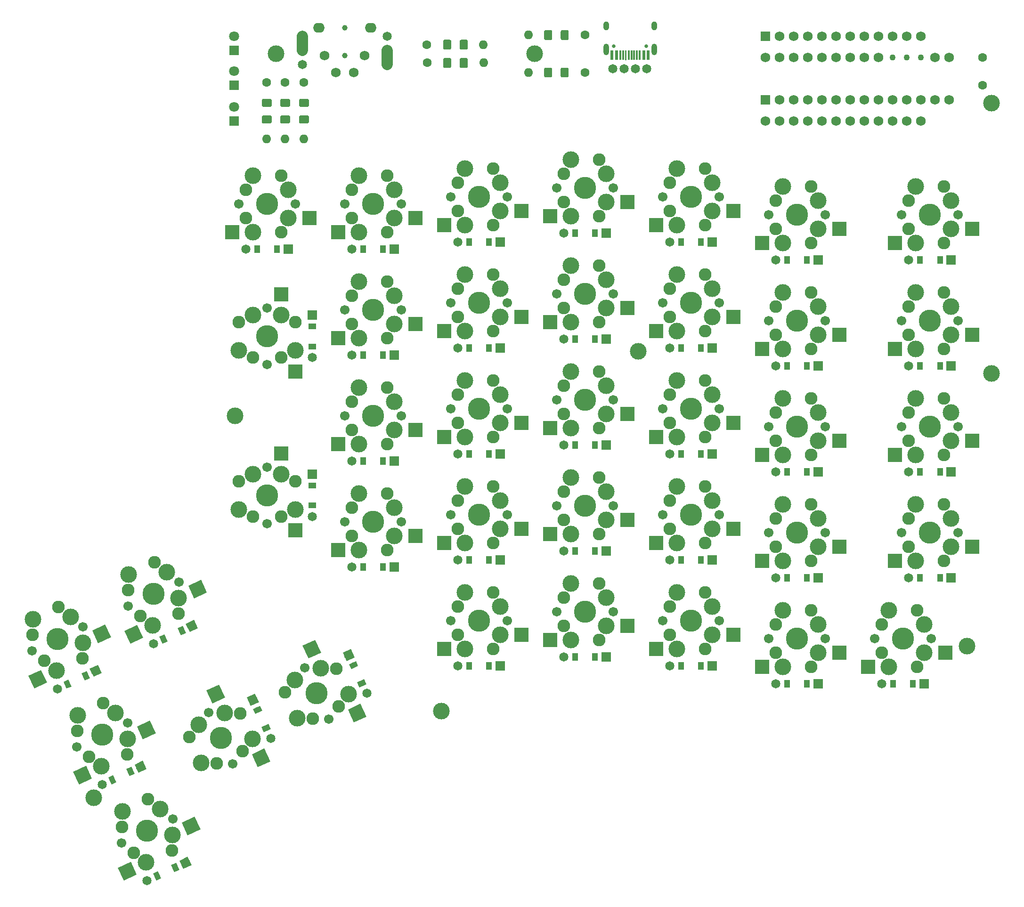
<source format=gbr>
G04 #@! TF.GenerationSoftware,KiCad,Pcbnew,(5.1.4)-1*
G04 #@! TF.CreationDate,2019-09-13T04:19:27+08:00*
G04 #@! TF.ProjectId,ErgoDoxTW,4572676f-446f-4785-9457-2e6b69636164,rev?*
G04 #@! TF.SameCoordinates,Original*
G04 #@! TF.FileFunction,Soldermask,Bot*
G04 #@! TF.FilePolarity,Negative*
%FSLAX46Y46*%
G04 Gerber Fmt 4.6, Leading zero omitted, Abs format (unit mm)*
G04 Created by KiCad (PCBNEW (5.1.4)-1) date 2019-09-13 04:19:27*
%MOMM*%
%LPD*%
G04 APERTURE LIST*
%ADD10C,2.000000*%
%ADD11C,1.000000*%
%ADD12C,0.150000*%
%ADD13C,1.651000*%
%ADD14C,1.701800*%
%ADD15C,2.286000*%
%ADD16C,3.987800*%
%ADD17C,3.000000*%
%ADD18C,2.500000*%
%ADD19R,0.600000X1.800000*%
%ADD20R,0.300000X1.800000*%
%ADD21C,0.300000*%
%ADD22C,0.650000*%
%ADD23O,1.000000X2.100000*%
%ADD24O,1.000000X1.600000*%
%ADD25O,1.600000X1.600000*%
%ADD26C,1.600000*%
%ADD27C,1.800000*%
%ADD28R,1.800000X1.800000*%
%ADD29C,1.425000*%
%ADD30R,1.000000X1.400000*%
%ADD31R,2.550000X2.500000*%
%ADD32R,1.651000X1.651000*%
%ADD33R,1.400000X1.000000*%
%ADD34R,2.500000X2.550000*%
%ADD35C,1.752600*%
%ADD36C,1.092200*%
%ADD37R,1.752600X1.752600*%
%ADD38C,0.990600*%
%ADD39O,2.057400X1.752600*%
G04 APERTURE END LIST*
D10*
X103841862Y-31358859D02*
X103841862Y-28818859D01*
X88601982Y-28818806D02*
X88601982Y-26278806D01*
D11*
X49627615Y-141228829D03*
D12*
G36*
X49470294Y-142074554D02*
G01*
X48878628Y-140805723D01*
X49784936Y-140383104D01*
X50376602Y-141651935D01*
X49470294Y-142074554D01*
X49470294Y-142074554D01*
G37*
D11*
X46364907Y-142750255D03*
D12*
G36*
X46207586Y-143595980D02*
G01*
X45615920Y-142327149D01*
X46522228Y-141904530D01*
X47113894Y-143173361D01*
X46207586Y-143595980D01*
X46207586Y-143595980D01*
G37*
D13*
X44543229Y-143599717D03*
D14*
X39957176Y-136769973D03*
X49165264Y-132476171D03*
D15*
X40034737Y-133931226D03*
D16*
X44561220Y-134623072D03*
D15*
X44716341Y-128945578D03*
D17*
X49087703Y-135314918D03*
X44406099Y-140300566D03*
D15*
X42181638Y-138535269D03*
X49010143Y-138153665D03*
D17*
X46940802Y-130710875D03*
X40112297Y-131092479D03*
D18*
X52486357Y-133730100D03*
D12*
G36*
X51859087Y-135401823D02*
G01*
X50802542Y-133136054D01*
X53113627Y-132058377D01*
X54170172Y-134324146D01*
X51859087Y-135401823D01*
X51859087Y-135401823D01*
G37*
D18*
X41007445Y-141885384D03*
D12*
G36*
X40380175Y-143557107D02*
G01*
X39323630Y-141291338D01*
X41634715Y-140213661D01*
X42691260Y-142479430D01*
X40380175Y-143557107D01*
X40380175Y-143557107D01*
G37*
D13*
X51449294Y-140379366D03*
D12*
G36*
X51050008Y-141476394D02*
G01*
X50352266Y-139980080D01*
X51848580Y-139282338D01*
X52546322Y-140778652D01*
X51050008Y-141476394D01*
X51050008Y-141476394D01*
G37*
D11*
X80506554Y-147404432D03*
D12*
G36*
X81352279Y-147561753D02*
G01*
X80083448Y-148153419D01*
X79660829Y-147247111D01*
X80929660Y-146655445D01*
X81352279Y-147561753D01*
X81352279Y-147561753D01*
G37*
D11*
X82027980Y-150667140D03*
D12*
G36*
X82873705Y-150824461D02*
G01*
X81604874Y-151416127D01*
X81182255Y-150509819D01*
X82451086Y-149918153D01*
X82873705Y-150824461D01*
X82873705Y-150824461D01*
G37*
D13*
X82877442Y-152488818D03*
D14*
X76047698Y-157074871D03*
X71753896Y-147866783D03*
D15*
X73208951Y-156997310D03*
D16*
X73900797Y-152470827D03*
D15*
X68223303Y-152315706D03*
D17*
X74592643Y-147944344D03*
X79578291Y-152625948D03*
D15*
X77812994Y-154850409D03*
X77431390Y-148021904D03*
D17*
X69988600Y-150091245D03*
X70370204Y-156919750D03*
D18*
X73007825Y-144545690D03*
D12*
G36*
X74679548Y-145172960D02*
G01*
X72413779Y-146229505D01*
X71336102Y-143918420D01*
X73601871Y-142861875D01*
X74679548Y-145172960D01*
X74679548Y-145172960D01*
G37*
D18*
X81163109Y-156024602D03*
D12*
G36*
X82834832Y-156651872D02*
G01*
X80569063Y-157708417D01*
X79491386Y-155397332D01*
X81757155Y-154340787D01*
X82834832Y-156651872D01*
X82834832Y-156651872D01*
G37*
D13*
X79657091Y-145582753D03*
D12*
G36*
X80754119Y-145982039D02*
G01*
X79257805Y-146679781D01*
X78560063Y-145183467D01*
X80056377Y-144485725D01*
X80754119Y-145982039D01*
X80754119Y-145982039D01*
G37*
D13*
X150498716Y-32123340D03*
X148473316Y-32123340D03*
X146447916Y-32123340D03*
X144397116Y-32123340D03*
D19*
X150701516Y-29719040D03*
X144251516Y-29719040D03*
X149926516Y-29719040D03*
X145026516Y-29719040D03*
D20*
X145726516Y-29719040D03*
X149226516Y-29719040D03*
X146226516Y-29719040D03*
X148726516Y-29719040D03*
D21*
X146726516Y-29719040D03*
D12*
G36*
X146876516Y-30619040D02*
G01*
X146576516Y-30619040D01*
X146576516Y-28819040D01*
X146876516Y-28819040D01*
X146876516Y-30619040D01*
X146876516Y-30619040D01*
G37*
D20*
X148226516Y-29719040D03*
X147726516Y-29719040D03*
X147226516Y-29719040D03*
D22*
X150366516Y-28099040D03*
X144586516Y-28099040D03*
D23*
X143156516Y-28629040D03*
X151796516Y-28629040D03*
D24*
X143156516Y-24449040D03*
X151796516Y-24449040D03*
D25*
X121135526Y-27785528D03*
D26*
X110975526Y-27785528D03*
D25*
X129187025Y-26075498D03*
D26*
X139347025Y-26075498D03*
D25*
X121141970Y-31071803D03*
D26*
X110981970Y-31071803D03*
D25*
X129186837Y-32797474D03*
D26*
X139346837Y-32797474D03*
D27*
X76326891Y-26278782D03*
D28*
X76326891Y-28818782D03*
D12*
G36*
X133245587Y-25201648D02*
G01*
X133269856Y-25205248D01*
X133293654Y-25211209D01*
X133316754Y-25219474D01*
X133338932Y-25229964D01*
X133359976Y-25242577D01*
X133379681Y-25257191D01*
X133397860Y-25273667D01*
X133414336Y-25291846D01*
X133428950Y-25311551D01*
X133441563Y-25332595D01*
X133452053Y-25354773D01*
X133460318Y-25377873D01*
X133466279Y-25401671D01*
X133469879Y-25425940D01*
X133471083Y-25450444D01*
X133471083Y-26700444D01*
X133469879Y-26724948D01*
X133466279Y-26749217D01*
X133460318Y-26773015D01*
X133452053Y-26796115D01*
X133441563Y-26818293D01*
X133428950Y-26839337D01*
X133414336Y-26859042D01*
X133397860Y-26877221D01*
X133379681Y-26893697D01*
X133359976Y-26908311D01*
X133338932Y-26920924D01*
X133316754Y-26931414D01*
X133293654Y-26939679D01*
X133269856Y-26945640D01*
X133245587Y-26949240D01*
X133221083Y-26950444D01*
X132296083Y-26950444D01*
X132271579Y-26949240D01*
X132247310Y-26945640D01*
X132223512Y-26939679D01*
X132200412Y-26931414D01*
X132178234Y-26920924D01*
X132157190Y-26908311D01*
X132137485Y-26893697D01*
X132119306Y-26877221D01*
X132102830Y-26859042D01*
X132088216Y-26839337D01*
X132075603Y-26818293D01*
X132065113Y-26796115D01*
X132056848Y-26773015D01*
X132050887Y-26749217D01*
X132047287Y-26724948D01*
X132046083Y-26700444D01*
X132046083Y-25450444D01*
X132047287Y-25425940D01*
X132050887Y-25401671D01*
X132056848Y-25377873D01*
X132065113Y-25354773D01*
X132075603Y-25332595D01*
X132088216Y-25311551D01*
X132102830Y-25291846D01*
X132119306Y-25273667D01*
X132137485Y-25257191D01*
X132157190Y-25242577D01*
X132178234Y-25229964D01*
X132200412Y-25219474D01*
X132223512Y-25211209D01*
X132247310Y-25205248D01*
X132271579Y-25201648D01*
X132296083Y-25200444D01*
X133221083Y-25200444D01*
X133245587Y-25201648D01*
X133245587Y-25201648D01*
G37*
D29*
X132758583Y-26075444D03*
D12*
G36*
X136220587Y-25201648D02*
G01*
X136244856Y-25205248D01*
X136268654Y-25211209D01*
X136291754Y-25219474D01*
X136313932Y-25229964D01*
X136334976Y-25242577D01*
X136354681Y-25257191D01*
X136372860Y-25273667D01*
X136389336Y-25291846D01*
X136403950Y-25311551D01*
X136416563Y-25332595D01*
X136427053Y-25354773D01*
X136435318Y-25377873D01*
X136441279Y-25401671D01*
X136444879Y-25425940D01*
X136446083Y-25450444D01*
X136446083Y-26700444D01*
X136444879Y-26724948D01*
X136441279Y-26749217D01*
X136435318Y-26773015D01*
X136427053Y-26796115D01*
X136416563Y-26818293D01*
X136403950Y-26839337D01*
X136389336Y-26859042D01*
X136372860Y-26877221D01*
X136354681Y-26893697D01*
X136334976Y-26908311D01*
X136313932Y-26920924D01*
X136291754Y-26931414D01*
X136268654Y-26939679D01*
X136244856Y-26945640D01*
X136220587Y-26949240D01*
X136196083Y-26950444D01*
X135271083Y-26950444D01*
X135246579Y-26949240D01*
X135222310Y-26945640D01*
X135198512Y-26939679D01*
X135175412Y-26931414D01*
X135153234Y-26920924D01*
X135132190Y-26908311D01*
X135112485Y-26893697D01*
X135094306Y-26877221D01*
X135077830Y-26859042D01*
X135063216Y-26839337D01*
X135050603Y-26818293D01*
X135040113Y-26796115D01*
X135031848Y-26773015D01*
X135025887Y-26749217D01*
X135022287Y-26724948D01*
X135021083Y-26700444D01*
X135021083Y-25450444D01*
X135022287Y-25425940D01*
X135025887Y-25401671D01*
X135031848Y-25377873D01*
X135040113Y-25354773D01*
X135050603Y-25332595D01*
X135063216Y-25311551D01*
X135077830Y-25291846D01*
X135094306Y-25273667D01*
X135112485Y-25257191D01*
X135132190Y-25242577D01*
X135153234Y-25229964D01*
X135175412Y-25219474D01*
X135198512Y-25211209D01*
X135222310Y-25205248D01*
X135246579Y-25201648D01*
X135271083Y-25200444D01*
X136196083Y-25200444D01*
X136220587Y-25201648D01*
X136220587Y-25201648D01*
G37*
D29*
X135733583Y-26075444D03*
D12*
G36*
X133244080Y-31932625D02*
G01*
X133268349Y-31936225D01*
X133292147Y-31942186D01*
X133315247Y-31950451D01*
X133337425Y-31960941D01*
X133358469Y-31973554D01*
X133378174Y-31988168D01*
X133396353Y-32004644D01*
X133412829Y-32022823D01*
X133427443Y-32042528D01*
X133440056Y-32063572D01*
X133450546Y-32085750D01*
X133458811Y-32108850D01*
X133464772Y-32132648D01*
X133468372Y-32156917D01*
X133469576Y-32181421D01*
X133469576Y-33431421D01*
X133468372Y-33455925D01*
X133464772Y-33480194D01*
X133458811Y-33503992D01*
X133450546Y-33527092D01*
X133440056Y-33549270D01*
X133427443Y-33570314D01*
X133412829Y-33590019D01*
X133396353Y-33608198D01*
X133378174Y-33624674D01*
X133358469Y-33639288D01*
X133337425Y-33651901D01*
X133315247Y-33662391D01*
X133292147Y-33670656D01*
X133268349Y-33676617D01*
X133244080Y-33680217D01*
X133219576Y-33681421D01*
X132294576Y-33681421D01*
X132270072Y-33680217D01*
X132245803Y-33676617D01*
X132222005Y-33670656D01*
X132198905Y-33662391D01*
X132176727Y-33651901D01*
X132155683Y-33639288D01*
X132135978Y-33624674D01*
X132117799Y-33608198D01*
X132101323Y-33590019D01*
X132086709Y-33570314D01*
X132074096Y-33549270D01*
X132063606Y-33527092D01*
X132055341Y-33503992D01*
X132049380Y-33480194D01*
X132045780Y-33455925D01*
X132044576Y-33431421D01*
X132044576Y-32181421D01*
X132045780Y-32156917D01*
X132049380Y-32132648D01*
X132055341Y-32108850D01*
X132063606Y-32085750D01*
X132074096Y-32063572D01*
X132086709Y-32042528D01*
X132101323Y-32022823D01*
X132117799Y-32004644D01*
X132135978Y-31988168D01*
X132155683Y-31973554D01*
X132176727Y-31960941D01*
X132198905Y-31950451D01*
X132222005Y-31942186D01*
X132245803Y-31936225D01*
X132270072Y-31932625D01*
X132294576Y-31931421D01*
X133219576Y-31931421D01*
X133244080Y-31932625D01*
X133244080Y-31932625D01*
G37*
D29*
X132757076Y-32806421D03*
D12*
G36*
X136219080Y-31932625D02*
G01*
X136243349Y-31936225D01*
X136267147Y-31942186D01*
X136290247Y-31950451D01*
X136312425Y-31960941D01*
X136333469Y-31973554D01*
X136353174Y-31988168D01*
X136371353Y-32004644D01*
X136387829Y-32022823D01*
X136402443Y-32042528D01*
X136415056Y-32063572D01*
X136425546Y-32085750D01*
X136433811Y-32108850D01*
X136439772Y-32132648D01*
X136443372Y-32156917D01*
X136444576Y-32181421D01*
X136444576Y-33431421D01*
X136443372Y-33455925D01*
X136439772Y-33480194D01*
X136433811Y-33503992D01*
X136425546Y-33527092D01*
X136415056Y-33549270D01*
X136402443Y-33570314D01*
X136387829Y-33590019D01*
X136371353Y-33608198D01*
X136353174Y-33624674D01*
X136333469Y-33639288D01*
X136312425Y-33651901D01*
X136290247Y-33662391D01*
X136267147Y-33670656D01*
X136243349Y-33676617D01*
X136219080Y-33680217D01*
X136194576Y-33681421D01*
X135269576Y-33681421D01*
X135245072Y-33680217D01*
X135220803Y-33676617D01*
X135197005Y-33670656D01*
X135173905Y-33662391D01*
X135151727Y-33651901D01*
X135130683Y-33639288D01*
X135110978Y-33624674D01*
X135092799Y-33608198D01*
X135076323Y-33590019D01*
X135061709Y-33570314D01*
X135049096Y-33549270D01*
X135038606Y-33527092D01*
X135030341Y-33503992D01*
X135024380Y-33480194D01*
X135020780Y-33455925D01*
X135019576Y-33431421D01*
X135019576Y-32181421D01*
X135020780Y-32156917D01*
X135024380Y-32132648D01*
X135030341Y-32108850D01*
X135038606Y-32085750D01*
X135049096Y-32063572D01*
X135061709Y-32042528D01*
X135076323Y-32022823D01*
X135092799Y-32004644D01*
X135110978Y-31988168D01*
X135130683Y-31973554D01*
X135151727Y-31960941D01*
X135173905Y-31950451D01*
X135197005Y-31942186D01*
X135220803Y-31936225D01*
X135245072Y-31932625D01*
X135269576Y-31931421D01*
X136194576Y-31931421D01*
X136219080Y-31932625D01*
X136219080Y-31932625D01*
G37*
D29*
X135732076Y-32806421D03*
D27*
X76327115Y-38978667D03*
D28*
X76327115Y-41518667D03*
D27*
X76327365Y-32578628D03*
D28*
X76327365Y-35118628D03*
D30*
X203182609Y-104584587D03*
X199582609Y-104584587D03*
D13*
X197572609Y-104584587D03*
D14*
X196302609Y-96456587D03*
X206462609Y-96456587D03*
D15*
X197572609Y-93916587D03*
D16*
X201382609Y-96456587D03*
D15*
X203922609Y-91376587D03*
D17*
X205192609Y-98996587D03*
X198842609Y-101536587D03*
D15*
X197572609Y-98996587D03*
X203922609Y-101536587D03*
D17*
X205192609Y-93916587D03*
X198842609Y-91376587D03*
D31*
X208942609Y-98996587D03*
X195092609Y-101536587D03*
D32*
X205192609Y-104584587D03*
D30*
X203182366Y-85533777D03*
X199582366Y-85533777D03*
D13*
X197572366Y-85533777D03*
D14*
X196302366Y-77405777D03*
X206462366Y-77405777D03*
D15*
X197572366Y-74865777D03*
D16*
X201382366Y-77405777D03*
D15*
X203922366Y-72325777D03*
D17*
X205192366Y-79945777D03*
X198842366Y-82485777D03*
D15*
X197572366Y-79945777D03*
X203922366Y-82485777D03*
D17*
X205192366Y-74865777D03*
X198842366Y-72325777D03*
D31*
X208942366Y-79945777D03*
X195092366Y-82485777D03*
D32*
X205192366Y-85533777D03*
D30*
X203182430Y-123634490D03*
X199582430Y-123634490D03*
D13*
X197572430Y-123634490D03*
D14*
X196302430Y-115506490D03*
X206462430Y-115506490D03*
D15*
X197572430Y-112966490D03*
D16*
X201382430Y-115506490D03*
D15*
X203922430Y-110426490D03*
D17*
X205192430Y-118046490D03*
X198842430Y-120586490D03*
D15*
X197572430Y-118046490D03*
X203922430Y-120586490D03*
D17*
X205192430Y-112966490D03*
X198842430Y-110426490D03*
D31*
X208942430Y-118046490D03*
X195092430Y-120586490D03*
D32*
X205192430Y-123634490D03*
D30*
X203182001Y-66487437D03*
X199582001Y-66487437D03*
D13*
X197572001Y-66487437D03*
D14*
X196302001Y-58359437D03*
X206462001Y-58359437D03*
D15*
X197572001Y-55819437D03*
D16*
X201382001Y-58359437D03*
D15*
X203922001Y-53279437D03*
D17*
X205192001Y-60899437D03*
X198842001Y-63439437D03*
D15*
X197572001Y-60899437D03*
X203922001Y-63439437D03*
D17*
X205192001Y-55819437D03*
X198842001Y-53279437D03*
D31*
X208942001Y-60899437D03*
X195092001Y-63439437D03*
D32*
X205192001Y-66487437D03*
D11*
X66891872Y-133178374D03*
D12*
G36*
X66734551Y-134024099D02*
G01*
X66142885Y-132755268D01*
X67049193Y-132332649D01*
X67640859Y-133601480D01*
X66734551Y-134024099D01*
X66734551Y-134024099D01*
G37*
D11*
X63629164Y-134699800D03*
D12*
G36*
X63471843Y-135545525D02*
G01*
X62880177Y-134276694D01*
X63786485Y-133854075D01*
X64378151Y-135122906D01*
X63471843Y-135545525D01*
X63471843Y-135545525D01*
G37*
D13*
X61807486Y-135549262D03*
D14*
X57221433Y-128719518D03*
X66429521Y-124425716D03*
D15*
X57298994Y-125880771D03*
D16*
X61825477Y-126572617D03*
D15*
X61980598Y-120895123D03*
D17*
X66351960Y-127264463D03*
X61670356Y-132250111D03*
D15*
X59445895Y-130484814D03*
X66274400Y-130103210D03*
D17*
X64205059Y-122660420D03*
X57376554Y-123042024D03*
D18*
X69750614Y-125679645D03*
D12*
G36*
X69123344Y-127351368D02*
G01*
X68066799Y-125085599D01*
X70377884Y-124007922D01*
X71434429Y-126273691D01*
X69123344Y-127351368D01*
X69123344Y-127351368D01*
G37*
D18*
X58271702Y-133834929D03*
D12*
G36*
X57644432Y-135506652D02*
G01*
X56587887Y-133240883D01*
X58898972Y-132163206D01*
X59955517Y-134428975D01*
X57644432Y-135506652D01*
X57644432Y-135506652D01*
G37*
D13*
X68713551Y-132328911D03*
D12*
G36*
X68314265Y-133425939D02*
G01*
X67616523Y-131929625D01*
X69112837Y-131231883D01*
X69810579Y-132728197D01*
X68314265Y-133425939D01*
X68314265Y-133425939D01*
G37*
D30*
X103101765Y-121729968D03*
X99501765Y-121729968D03*
D13*
X97491765Y-121729968D03*
D14*
X96221765Y-113601968D03*
X106381765Y-113601968D03*
D15*
X97491765Y-111061968D03*
D16*
X101301765Y-113601968D03*
D15*
X103841765Y-108521968D03*
D17*
X105111765Y-116141968D03*
X98761765Y-118681968D03*
D15*
X97491765Y-116141968D03*
X103841765Y-118681968D03*
D17*
X105111765Y-111061968D03*
X98761765Y-108521968D03*
D31*
X108861765Y-116141968D03*
X95011765Y-118681968D03*
D32*
X105111765Y-121729968D03*
D30*
X141202655Y-61711581D03*
X137602655Y-61711581D03*
D13*
X135592655Y-61711581D03*
D14*
X134322655Y-53583581D03*
X144482655Y-53583581D03*
D15*
X135592655Y-51043581D03*
D16*
X139402655Y-53583581D03*
D15*
X141942655Y-48503581D03*
D17*
X143212655Y-56123581D03*
X136862655Y-58663581D03*
D15*
X135592655Y-56123581D03*
X141942655Y-58663581D03*
D17*
X143212655Y-51043581D03*
X136862655Y-48503581D03*
D31*
X146962655Y-56123581D03*
X133112655Y-58663581D03*
D32*
X143212655Y-61711581D03*
D30*
X103101989Y-64581949D03*
X99501989Y-64581949D03*
D13*
X97491989Y-64581949D03*
D14*
X96221989Y-56453949D03*
X106381989Y-56453949D03*
D15*
X97491989Y-53913949D03*
D16*
X101301989Y-56453949D03*
D15*
X103841989Y-51373949D03*
D17*
X105111989Y-58993949D03*
X98761989Y-61533949D03*
D15*
X97491989Y-58993949D03*
X103841989Y-61533949D03*
D17*
X105111989Y-53913949D03*
X98761989Y-51373949D03*
D31*
X108861989Y-58993949D03*
X95011989Y-61533949D03*
D32*
X105111989Y-64581949D03*
D30*
X122151859Y-82359328D03*
X118551859Y-82359328D03*
D13*
X116541859Y-82359328D03*
D14*
X115271859Y-74231328D03*
X125431859Y-74231328D03*
D15*
X116541859Y-71691328D03*
D16*
X120351859Y-74231328D03*
D15*
X122891859Y-69151328D03*
D17*
X124161859Y-76771328D03*
X117811859Y-79311328D03*
D15*
X116541859Y-76771328D03*
X122891859Y-79311328D03*
D17*
X124161859Y-71691328D03*
X117811859Y-69151328D03*
D31*
X127911859Y-76771328D03*
X114061859Y-79311328D03*
D32*
X124161859Y-82359328D03*
D30*
X141202475Y-80761484D03*
X137602475Y-80761484D03*
D13*
X135592475Y-80761484D03*
D14*
X134322475Y-72633484D03*
X144482475Y-72633484D03*
D15*
X135592475Y-70093484D03*
D16*
X139402475Y-72633484D03*
D15*
X141942475Y-67553484D03*
D17*
X143212475Y-75173484D03*
X136862475Y-77713484D03*
D15*
X135592475Y-75173484D03*
X141942475Y-77713484D03*
D17*
X143212475Y-70093484D03*
X136862475Y-67553484D03*
D31*
X146962475Y-75173484D03*
X133112475Y-77713484D03*
D32*
X143212475Y-80761484D03*
D30*
X103101702Y-83629255D03*
X99501702Y-83629255D03*
D13*
X97491702Y-83629255D03*
D14*
X96221702Y-75501255D03*
X106381702Y-75501255D03*
D15*
X97491702Y-72961255D03*
D16*
X101301702Y-75501255D03*
D15*
X103841702Y-70421255D03*
D17*
X105111702Y-78041255D03*
X98761702Y-80581255D03*
D15*
X97491702Y-78041255D03*
X103841702Y-80581255D03*
D17*
X105111702Y-72961255D03*
X98761702Y-70421255D03*
D31*
X108861702Y-78041255D03*
X95011702Y-80581255D03*
D32*
X105111702Y-83629255D03*
D33*
X90379844Y-78464336D03*
X90379844Y-82064336D03*
D13*
X90379844Y-84074336D03*
D14*
X82251844Y-85344336D03*
X82251844Y-75184336D03*
D15*
X79711844Y-84074336D03*
D16*
X82251844Y-80264336D03*
D15*
X77171844Y-77724336D03*
D17*
X84791844Y-76454336D03*
X87331844Y-82804336D03*
D15*
X84791844Y-84074336D03*
X87331844Y-77724336D03*
D17*
X79711844Y-76454336D03*
X77171844Y-82804336D03*
D34*
X84791844Y-72704336D03*
X87331844Y-86554336D03*
D32*
X90379844Y-76454336D03*
D30*
X122152039Y-63309424D03*
X118552039Y-63309424D03*
D13*
X116542039Y-63309424D03*
D14*
X115272039Y-55181424D03*
X125432039Y-55181424D03*
D15*
X116542039Y-52641424D03*
D16*
X120352039Y-55181424D03*
D15*
X122892039Y-50101424D03*
D17*
X124162039Y-57721424D03*
X117812039Y-60261424D03*
D15*
X116542039Y-57721424D03*
X122892039Y-60261424D03*
D17*
X124162039Y-52641424D03*
X117812039Y-50101424D03*
D31*
X127912039Y-57721424D03*
X114062039Y-60261424D03*
D32*
X124162039Y-63309424D03*
D30*
X179302202Y-66486377D03*
X175702202Y-66486377D03*
D13*
X173692202Y-66486377D03*
D14*
X172422202Y-58358377D03*
X182582202Y-58358377D03*
D15*
X173692202Y-55818377D03*
D16*
X177502202Y-58358377D03*
D15*
X180042202Y-53278377D03*
D17*
X181312202Y-60898377D03*
X174962202Y-63438377D03*
D15*
X173692202Y-60898377D03*
X180042202Y-63438377D03*
D17*
X181312202Y-55818377D03*
X174962202Y-53278377D03*
D31*
X185062202Y-60898377D03*
X171212202Y-63438377D03*
D32*
X181312202Y-66486377D03*
D30*
X160251846Y-63309784D03*
X156651846Y-63309784D03*
D13*
X154641846Y-63309784D03*
D14*
X153371846Y-55181784D03*
X163531846Y-55181784D03*
D15*
X154641846Y-52641784D03*
D16*
X158451846Y-55181784D03*
D15*
X160991846Y-50101784D03*
D17*
X162261846Y-57721784D03*
X155911846Y-60261784D03*
D15*
X154641846Y-57721784D03*
X160991846Y-60261784D03*
D17*
X162261846Y-52641784D03*
X155911846Y-50101784D03*
D31*
X166011846Y-57721784D03*
X152161846Y-60261784D03*
D32*
X162261846Y-63309784D03*
D30*
X179302084Y-85534046D03*
X175702084Y-85534046D03*
D13*
X173692084Y-85534046D03*
D14*
X172422084Y-77406046D03*
X182582084Y-77406046D03*
D15*
X173692084Y-74866046D03*
D16*
X177502084Y-77406046D03*
D15*
X180042084Y-72326046D03*
D17*
X181312084Y-79946046D03*
X174962084Y-82486046D03*
D15*
X173692084Y-79946046D03*
X180042084Y-82486046D03*
D17*
X181312084Y-74866046D03*
X174962084Y-72326046D03*
D31*
X185062084Y-79946046D03*
X171212084Y-82486046D03*
D32*
X181312084Y-85534046D03*
D30*
X160252572Y-82359265D03*
X156652572Y-82359265D03*
D13*
X154642572Y-82359265D03*
D14*
X153372572Y-74231265D03*
X163532572Y-74231265D03*
D15*
X154642572Y-71691265D03*
D16*
X158452572Y-74231265D03*
D15*
X160992572Y-69151265D03*
D17*
X162262572Y-76771265D03*
X155912572Y-79311265D03*
D15*
X154642572Y-76771265D03*
X160992572Y-79311265D03*
D17*
X162262572Y-71691265D03*
X155912572Y-69151265D03*
D31*
X166012572Y-76771265D03*
X152162572Y-79311265D03*
D32*
X162262572Y-82359265D03*
D30*
X179302326Y-104584856D03*
X175702326Y-104584856D03*
D13*
X173692326Y-104584856D03*
D14*
X172422326Y-96456856D03*
X182582326Y-96456856D03*
D15*
X173692326Y-93916856D03*
D16*
X177502326Y-96456856D03*
D15*
X180042326Y-91376856D03*
D17*
X181312326Y-98996856D03*
X174962326Y-101536856D03*
D15*
X173692326Y-98996856D03*
X180042326Y-101536856D03*
D17*
X181312326Y-93916856D03*
X174962326Y-91376856D03*
D31*
X185062326Y-98996856D03*
X171212326Y-101536856D03*
D32*
X181312326Y-104584856D03*
D30*
X160252393Y-101409168D03*
X156652393Y-101409168D03*
D13*
X154642393Y-101409168D03*
D14*
X153372393Y-93281168D03*
X163532393Y-93281168D03*
D15*
X154642393Y-90741168D03*
D16*
X158452393Y-93281168D03*
D15*
X160992393Y-88201168D03*
D17*
X162262393Y-95821168D03*
X155912393Y-98361168D03*
D15*
X154642393Y-95821168D03*
X160992393Y-98361168D03*
D17*
X162262393Y-90741168D03*
X155912393Y-88201168D03*
D31*
X166012393Y-95821168D03*
X152162393Y-98361168D03*
D32*
X162262393Y-101409168D03*
D30*
X141202296Y-99811388D03*
X137602296Y-99811388D03*
D13*
X135592296Y-99811388D03*
D14*
X134322296Y-91683388D03*
X144482296Y-91683388D03*
D15*
X135592296Y-89143388D03*
D16*
X139402296Y-91683388D03*
D15*
X141942296Y-86603388D03*
D17*
X143212296Y-94223388D03*
X136862296Y-96763388D03*
D15*
X135592296Y-94223388D03*
X141942296Y-96763388D03*
D17*
X143212296Y-89143388D03*
X136862296Y-86603388D03*
D31*
X146962296Y-94223388D03*
X133112296Y-96763388D03*
D32*
X143212296Y-99811388D03*
D30*
X122152102Y-101410138D03*
X118552102Y-101410138D03*
D13*
X116542102Y-101410138D03*
D14*
X115272102Y-93282138D03*
X125432102Y-93282138D03*
D15*
X116542102Y-90742138D03*
D16*
X120352102Y-93282138D03*
D15*
X122892102Y-88202138D03*
D17*
X124162102Y-95822138D03*
X117812102Y-98362138D03*
D15*
X116542102Y-95822138D03*
X122892102Y-98362138D03*
D17*
X124162102Y-90742138D03*
X117812102Y-88202138D03*
D31*
X127912102Y-95822138D03*
X114062102Y-98362138D03*
D32*
X124162102Y-101410138D03*
D30*
X103101945Y-102680064D03*
X99501945Y-102680064D03*
D13*
X97491945Y-102680064D03*
D14*
X96221945Y-94552064D03*
X106381945Y-94552064D03*
D15*
X97491945Y-92012064D03*
D16*
X101301945Y-94552064D03*
D15*
X103841945Y-89472064D03*
D17*
X105111945Y-97092064D03*
X98761945Y-99632064D03*
D15*
X97491945Y-97092064D03*
X103841945Y-99632064D03*
D17*
X105111945Y-92012064D03*
X98761945Y-89472064D03*
D31*
X108861945Y-97092064D03*
X95011945Y-99632064D03*
D32*
X105111945Y-102680064D03*
D30*
X179302147Y-123634759D03*
X175702147Y-123634759D03*
D13*
X173692147Y-123634759D03*
D14*
X172422147Y-115506759D03*
X182582147Y-115506759D03*
D15*
X173692147Y-112966759D03*
D16*
X177502147Y-115506759D03*
D15*
X180042147Y-110426759D03*
D17*
X181312147Y-118046759D03*
X174962147Y-120586759D03*
D15*
X173692147Y-118046759D03*
X180042147Y-120586759D03*
D17*
X181312147Y-112966759D03*
X174962147Y-110426759D03*
D31*
X185062147Y-118046759D03*
X171212147Y-120586759D03*
D32*
X181312147Y-123634759D03*
D30*
X160252636Y-120459978D03*
X156652636Y-120459978D03*
D13*
X154642636Y-120459978D03*
D14*
X153372636Y-112331978D03*
X163532636Y-112331978D03*
D15*
X154642636Y-109791978D03*
D16*
X158452636Y-112331978D03*
D15*
X160992636Y-107251978D03*
D17*
X162262636Y-114871978D03*
X155912636Y-117411978D03*
D15*
X154642636Y-114871978D03*
X160992636Y-117411978D03*
D17*
X162262636Y-109791978D03*
X155912636Y-107251978D03*
D31*
X166012636Y-114871978D03*
X152162636Y-117411978D03*
D32*
X162262636Y-120459978D03*
D30*
X141202116Y-118861291D03*
X137602116Y-118861291D03*
D13*
X135592116Y-118861291D03*
D14*
X134322116Y-110733291D03*
X144482116Y-110733291D03*
D15*
X135592116Y-108193291D03*
D16*
X139402116Y-110733291D03*
D15*
X141942116Y-105653291D03*
D17*
X143212116Y-113273291D03*
X136862116Y-115813291D03*
D15*
X135592116Y-113273291D03*
X141942116Y-115813291D03*
D17*
X143212116Y-108193291D03*
X136862116Y-105653291D03*
D31*
X146962116Y-113273291D03*
X133112116Y-115813291D03*
D32*
X143212116Y-118861291D03*
D30*
X122151922Y-120460041D03*
X118551922Y-120460041D03*
D13*
X116541922Y-120460041D03*
D14*
X115271922Y-112332041D03*
X125431922Y-112332041D03*
D15*
X116541922Y-109792041D03*
D16*
X120351922Y-112332041D03*
D15*
X122891922Y-107252041D03*
D17*
X124161922Y-114872041D03*
X117811922Y-117412041D03*
D15*
X116541922Y-114872041D03*
X122891922Y-117412041D03*
D17*
X124161922Y-109792041D03*
X117811922Y-107252041D03*
D31*
X127911922Y-114872041D03*
X114061922Y-117412041D03*
D32*
X124161922Y-120460041D03*
D33*
X90380088Y-107038400D03*
X90380088Y-110638400D03*
D13*
X90380088Y-112648400D03*
D14*
X82252088Y-113918400D03*
X82252088Y-103758400D03*
D15*
X79712088Y-112648400D03*
D16*
X82252088Y-108838400D03*
D15*
X77172088Y-106298400D03*
D17*
X84792088Y-105028400D03*
X87332088Y-111378400D03*
D15*
X84792088Y-112648400D03*
X87332088Y-106298400D03*
D17*
X79712088Y-105028400D03*
X77172088Y-111378400D03*
D34*
X84792088Y-101278400D03*
X87332088Y-115128400D03*
D32*
X90380088Y-105028400D03*
D30*
X198351871Y-142684842D03*
X194751871Y-142684842D03*
D13*
X192741871Y-142684842D03*
D14*
X191471871Y-134556842D03*
X201631871Y-134556842D03*
D15*
X192741871Y-132016842D03*
D16*
X196551871Y-134556842D03*
D15*
X199091871Y-129476842D03*
D17*
X200361871Y-137096842D03*
X194011871Y-139636842D03*
D15*
X192741871Y-137096842D03*
X199091871Y-139636842D03*
D17*
X200361871Y-132016842D03*
X194011871Y-129476842D03*
D31*
X204111871Y-137096842D03*
X190261871Y-139636842D03*
D32*
X200361871Y-142684842D03*
D30*
X179301967Y-142684663D03*
X175701967Y-142684663D03*
D13*
X173691967Y-142684663D03*
D14*
X172421967Y-134556663D03*
X182581967Y-134556663D03*
D15*
X173691967Y-132016663D03*
D16*
X177501967Y-134556663D03*
D15*
X180041967Y-129476663D03*
D17*
X181311967Y-137096663D03*
X174961967Y-139636663D03*
D15*
X173691967Y-137096663D03*
X180041967Y-139636663D03*
D17*
X181311967Y-132016663D03*
X174961967Y-129476663D03*
D31*
X185061967Y-137096663D03*
X171211967Y-139636663D03*
D32*
X181311967Y-142684663D03*
D30*
X160252456Y-139509882D03*
X156652456Y-139509882D03*
D13*
X154642456Y-139509882D03*
D14*
X153372456Y-131381882D03*
X163532456Y-131381882D03*
D15*
X154642456Y-128841882D03*
D16*
X158452456Y-131381882D03*
D15*
X160992456Y-126301882D03*
D17*
X162262456Y-133921882D03*
X155912456Y-136461882D03*
D15*
X154642456Y-133921882D03*
X160992456Y-136461882D03*
D17*
X162262456Y-128841882D03*
X155912456Y-126301882D03*
D31*
X166012456Y-133921882D03*
X152162456Y-136461882D03*
D32*
X162262456Y-139509882D03*
D30*
X141202359Y-137912101D03*
X137602359Y-137912101D03*
D13*
X135592359Y-137912101D03*
D14*
X134322359Y-129784101D03*
X144482359Y-129784101D03*
D15*
X135592359Y-127244101D03*
D16*
X139402359Y-129784101D03*
D15*
X141942359Y-124704101D03*
D17*
X143212359Y-132324101D03*
X136862359Y-134864101D03*
D15*
X135592359Y-132324101D03*
X141942359Y-134864101D03*
D17*
X143212359Y-127244101D03*
X136862359Y-124704101D03*
D31*
X146962359Y-132324101D03*
X133112359Y-134864101D03*
D32*
X143212359Y-137912101D03*
D30*
X122152649Y-139509522D03*
X118552649Y-139509522D03*
D13*
X116542649Y-139509522D03*
D14*
X115272649Y-131381522D03*
X125432649Y-131381522D03*
D15*
X116542649Y-128841522D03*
D16*
X120352649Y-131381522D03*
D15*
X122892649Y-126301522D03*
D17*
X124162649Y-133921522D03*
X117812649Y-136461522D03*
D15*
X116542649Y-133921522D03*
X122892649Y-136461522D03*
D17*
X124162649Y-128841522D03*
X117812649Y-126301522D03*
D31*
X127912649Y-133921522D03*
X114062649Y-136461522D03*
D32*
X124162649Y-139509522D03*
D11*
X65728646Y-175759494D03*
D12*
G36*
X65571325Y-176605219D02*
G01*
X64979659Y-175336388D01*
X65885967Y-174913769D01*
X66477633Y-176182600D01*
X65571325Y-176605219D01*
X65571325Y-176605219D01*
G37*
D11*
X62465938Y-177280920D03*
D12*
G36*
X62308617Y-178126645D02*
G01*
X61716951Y-176857814D01*
X62623259Y-176435195D01*
X63214925Y-177704026D01*
X62308617Y-178126645D01*
X62308617Y-178126645D01*
G37*
D13*
X60644260Y-178130382D03*
D14*
X56058207Y-171300638D03*
X65266295Y-167006836D03*
D15*
X56135768Y-168461891D03*
D16*
X60662251Y-169153737D03*
D15*
X60817372Y-163476243D03*
D17*
X65188734Y-169845583D03*
X60507130Y-174831231D03*
D15*
X58282669Y-173065934D03*
X65111174Y-172684330D03*
D17*
X63041833Y-165241540D03*
X56213328Y-165623144D03*
D18*
X68587388Y-168260765D03*
D12*
G36*
X67960118Y-169932488D02*
G01*
X66903573Y-167666719D01*
X69214658Y-166589042D01*
X70271203Y-168854811D01*
X67960118Y-169932488D01*
X67960118Y-169932488D01*
G37*
D18*
X57108476Y-176416049D03*
D12*
G36*
X56481206Y-178087772D02*
G01*
X55424661Y-175822003D01*
X57735746Y-174744326D01*
X58792291Y-177010095D01*
X56481206Y-178087772D01*
X56481206Y-178087772D01*
G37*
D13*
X67550325Y-174910031D03*
D12*
G36*
X67151039Y-176007059D02*
G01*
X66453297Y-174510745D01*
X67949611Y-173813003D01*
X68647353Y-175309317D01*
X67151039Y-176007059D01*
X67151039Y-176007059D01*
G37*
D11*
X97770600Y-139351868D03*
D12*
G36*
X98616325Y-139509189D02*
G01*
X97347494Y-140100855D01*
X96924875Y-139194547D01*
X98193706Y-138602881D01*
X98616325Y-139509189D01*
X98616325Y-139509189D01*
G37*
D11*
X99292026Y-142614576D03*
D12*
G36*
X100137751Y-142771897D02*
G01*
X98868920Y-143363563D01*
X98446301Y-142457255D01*
X99715132Y-141865589D01*
X100137751Y-142771897D01*
X100137751Y-142771897D01*
G37*
D13*
X100141488Y-144436254D03*
D14*
X93311744Y-149022307D03*
X89017942Y-139814219D03*
D15*
X90472997Y-148944746D03*
D16*
X91164843Y-144418263D03*
D15*
X85487349Y-144263142D03*
D17*
X91856689Y-139891780D03*
X96842337Y-144573384D03*
D15*
X95077040Y-146797845D03*
X94695436Y-139969340D03*
D17*
X87252646Y-142038681D03*
X87634250Y-148867186D03*
D18*
X90271871Y-136493126D03*
D12*
G36*
X91943594Y-137120396D02*
G01*
X89677825Y-138176941D01*
X88600148Y-135865856D01*
X90865917Y-134809311D01*
X91943594Y-137120396D01*
X91943594Y-137120396D01*
G37*
D18*
X98427155Y-147972038D03*
D12*
G36*
X100098878Y-148599308D02*
G01*
X97833109Y-149655853D01*
X96755432Y-147344768D01*
X99021201Y-146288223D01*
X100098878Y-148599308D01*
X100098878Y-148599308D01*
G37*
D13*
X96921137Y-137530189D03*
D12*
G36*
X98018165Y-137929475D02*
G01*
X96521851Y-138627217D01*
X95824109Y-137130903D01*
X97320423Y-136433161D01*
X98018165Y-137929475D01*
X98018165Y-137929475D01*
G37*
D11*
X57676832Y-158492560D03*
D12*
G36*
X57519511Y-159338285D02*
G01*
X56927845Y-158069454D01*
X57834153Y-157646835D01*
X58425819Y-158915666D01*
X57519511Y-159338285D01*
X57519511Y-159338285D01*
G37*
D11*
X54414124Y-160013986D03*
D12*
G36*
X54256803Y-160859711D02*
G01*
X53665137Y-159590880D01*
X54571445Y-159168261D01*
X55163111Y-160437092D01*
X54256803Y-160859711D01*
X54256803Y-160859711D01*
G37*
D13*
X52592446Y-160863448D03*
D14*
X48006393Y-154033704D03*
X57214481Y-149739902D03*
D15*
X48083954Y-151194957D03*
D16*
X52610437Y-151886803D03*
D15*
X52765558Y-146209309D03*
D17*
X57136920Y-152578649D03*
X52455316Y-157564297D03*
D15*
X50230855Y-155799000D03*
X57059360Y-155417396D03*
D17*
X54990019Y-147974606D03*
X48161514Y-148356210D03*
D18*
X60535574Y-150993831D03*
D12*
G36*
X59908304Y-152665554D02*
G01*
X58851759Y-150399785D01*
X61162844Y-149322108D01*
X62219389Y-151587877D01*
X59908304Y-152665554D01*
X59908304Y-152665554D01*
G37*
D18*
X49056662Y-159149115D03*
D12*
G36*
X48429392Y-160820838D02*
G01*
X47372847Y-158555069D01*
X49683932Y-157477392D01*
X50740477Y-159743161D01*
X48429392Y-160820838D01*
X48429392Y-160820838D01*
G37*
D13*
X59498511Y-157643097D03*
D12*
G36*
X59099225Y-158740125D02*
G01*
X58401483Y-157243811D01*
X59897797Y-156546069D01*
X60595539Y-158042383D01*
X59099225Y-158740125D01*
X59099225Y-158740125D01*
G37*
D30*
X84052128Y-64581860D03*
X80452128Y-64581860D03*
D13*
X78442128Y-64581860D03*
D14*
X77172128Y-56453860D03*
X87332128Y-56453860D03*
D15*
X78442128Y-53913860D03*
D16*
X82252128Y-56453860D03*
D15*
X84792128Y-51373860D03*
D17*
X86062128Y-58993860D03*
X79712128Y-61533860D03*
D15*
X78442128Y-58993860D03*
X84792128Y-61533860D03*
D17*
X86062128Y-53913860D03*
X79712128Y-51373860D03*
D31*
X89812128Y-58993860D03*
X75962128Y-61533860D03*
D32*
X86062128Y-64581860D03*
D35*
X171772429Y-30063405D03*
X174312429Y-30063405D03*
X176852429Y-30063405D03*
X179392429Y-30063405D03*
X181932429Y-30063405D03*
X184472429Y-30063405D03*
X187012429Y-30063405D03*
X189552429Y-30063405D03*
X192092429Y-30063405D03*
D36*
X194632429Y-30063405D03*
X197172429Y-30063405D03*
X199712429Y-30063405D03*
D35*
X202252429Y-30063405D03*
X204792429Y-30063405D03*
D37*
X171772429Y-37683405D03*
D35*
X204792429Y-37683405D03*
X202252429Y-37683405D03*
X199712429Y-37683405D03*
X197172429Y-37683405D03*
X194632429Y-37683405D03*
X192092429Y-37683405D03*
X189552429Y-37683405D03*
X187012429Y-37683405D03*
X184472429Y-37683405D03*
X181932429Y-37683405D03*
X179392429Y-37683405D03*
X176852429Y-37683405D03*
X174312429Y-37683405D03*
D38*
X96171160Y-29733192D03*
X96171160Y-24729392D03*
D35*
X99777960Y-29733192D03*
X94570960Y-32831992D03*
D39*
X91522960Y-24729392D03*
D35*
X97771360Y-32831992D03*
X92564360Y-29733192D03*
D39*
X100819360Y-24729392D03*
D13*
X103841862Y-26278859D03*
X103841862Y-28818859D03*
X103841862Y-31358859D03*
X88601982Y-26278806D03*
X88601982Y-28818806D03*
X88601982Y-31358806D03*
D37*
X171787614Y-26278819D03*
D35*
X174327614Y-26278819D03*
X176867614Y-26278819D03*
X179407614Y-26278819D03*
X181947614Y-26278819D03*
X184487614Y-26278819D03*
X187027614Y-26278819D03*
X189567614Y-26278819D03*
X192107614Y-26278819D03*
X194647614Y-26278819D03*
X197187614Y-26278819D03*
X199727614Y-26278819D03*
X199727614Y-41518819D03*
X197187614Y-41518819D03*
X194647614Y-41518819D03*
X192107614Y-41518819D03*
X189567614Y-41518819D03*
X187027614Y-41518819D03*
X184487614Y-41518819D03*
X176867614Y-41518819D03*
X174327614Y-41518819D03*
X171787614Y-41518819D03*
X181947614Y-41518819D03*
X179407614Y-41518819D03*
D26*
X210865009Y-30063056D03*
X210865009Y-35063056D03*
D12*
G36*
X118073939Y-26916082D02*
G01*
X118098208Y-26919682D01*
X118122006Y-26925643D01*
X118145106Y-26933908D01*
X118167284Y-26944398D01*
X118188328Y-26957011D01*
X118208033Y-26971625D01*
X118226212Y-26988101D01*
X118242688Y-27006280D01*
X118257302Y-27025985D01*
X118269915Y-27047029D01*
X118280405Y-27069207D01*
X118288670Y-27092307D01*
X118294631Y-27116105D01*
X118298231Y-27140374D01*
X118299435Y-27164878D01*
X118299435Y-28414878D01*
X118298231Y-28439382D01*
X118294631Y-28463651D01*
X118288670Y-28487449D01*
X118280405Y-28510549D01*
X118269915Y-28532727D01*
X118257302Y-28553771D01*
X118242688Y-28573476D01*
X118226212Y-28591655D01*
X118208033Y-28608131D01*
X118188328Y-28622745D01*
X118167284Y-28635358D01*
X118145106Y-28645848D01*
X118122006Y-28654113D01*
X118098208Y-28660074D01*
X118073939Y-28663674D01*
X118049435Y-28664878D01*
X117124435Y-28664878D01*
X117099931Y-28663674D01*
X117075662Y-28660074D01*
X117051864Y-28654113D01*
X117028764Y-28645848D01*
X117006586Y-28635358D01*
X116985542Y-28622745D01*
X116965837Y-28608131D01*
X116947658Y-28591655D01*
X116931182Y-28573476D01*
X116916568Y-28553771D01*
X116903955Y-28532727D01*
X116893465Y-28510549D01*
X116885200Y-28487449D01*
X116879239Y-28463651D01*
X116875639Y-28439382D01*
X116874435Y-28414878D01*
X116874435Y-27164878D01*
X116875639Y-27140374D01*
X116879239Y-27116105D01*
X116885200Y-27092307D01*
X116893465Y-27069207D01*
X116903955Y-27047029D01*
X116916568Y-27025985D01*
X116931182Y-27006280D01*
X116947658Y-26988101D01*
X116965837Y-26971625D01*
X116985542Y-26957011D01*
X117006586Y-26944398D01*
X117028764Y-26933908D01*
X117051864Y-26925643D01*
X117075662Y-26919682D01*
X117099931Y-26916082D01*
X117124435Y-26914878D01*
X118049435Y-26914878D01*
X118073939Y-26916082D01*
X118073939Y-26916082D01*
G37*
D29*
X117586935Y-27789878D03*
D12*
G36*
X115098939Y-26916082D02*
G01*
X115123208Y-26919682D01*
X115147006Y-26925643D01*
X115170106Y-26933908D01*
X115192284Y-26944398D01*
X115213328Y-26957011D01*
X115233033Y-26971625D01*
X115251212Y-26988101D01*
X115267688Y-27006280D01*
X115282302Y-27025985D01*
X115294915Y-27047029D01*
X115305405Y-27069207D01*
X115313670Y-27092307D01*
X115319631Y-27116105D01*
X115323231Y-27140374D01*
X115324435Y-27164878D01*
X115324435Y-28414878D01*
X115323231Y-28439382D01*
X115319631Y-28463651D01*
X115313670Y-28487449D01*
X115305405Y-28510549D01*
X115294915Y-28532727D01*
X115282302Y-28553771D01*
X115267688Y-28573476D01*
X115251212Y-28591655D01*
X115233033Y-28608131D01*
X115213328Y-28622745D01*
X115192284Y-28635358D01*
X115170106Y-28645848D01*
X115147006Y-28654113D01*
X115123208Y-28660074D01*
X115098939Y-28663674D01*
X115074435Y-28664878D01*
X114149435Y-28664878D01*
X114124931Y-28663674D01*
X114100662Y-28660074D01*
X114076864Y-28654113D01*
X114053764Y-28645848D01*
X114031586Y-28635358D01*
X114010542Y-28622745D01*
X113990837Y-28608131D01*
X113972658Y-28591655D01*
X113956182Y-28573476D01*
X113941568Y-28553771D01*
X113928955Y-28532727D01*
X113918465Y-28510549D01*
X113910200Y-28487449D01*
X113904239Y-28463651D01*
X113900639Y-28439382D01*
X113899435Y-28414878D01*
X113899435Y-27164878D01*
X113900639Y-27140374D01*
X113904239Y-27116105D01*
X113910200Y-27092307D01*
X113918465Y-27069207D01*
X113928955Y-27047029D01*
X113941568Y-27025985D01*
X113956182Y-27006280D01*
X113972658Y-26988101D01*
X113990837Y-26971625D01*
X114010542Y-26957011D01*
X114031586Y-26944398D01*
X114053764Y-26933908D01*
X114076864Y-26925643D01*
X114100662Y-26919682D01*
X114124931Y-26916082D01*
X114149435Y-26914878D01*
X115074435Y-26914878D01*
X115098939Y-26916082D01*
X115098939Y-26916082D01*
G37*
D29*
X114611935Y-27789878D03*
D12*
G36*
X118074038Y-30205315D02*
G01*
X118098307Y-30208915D01*
X118122105Y-30214876D01*
X118145205Y-30223141D01*
X118167383Y-30233631D01*
X118188427Y-30246244D01*
X118208132Y-30260858D01*
X118226311Y-30277334D01*
X118242787Y-30295513D01*
X118257401Y-30315218D01*
X118270014Y-30336262D01*
X118280504Y-30358440D01*
X118288769Y-30381540D01*
X118294730Y-30405338D01*
X118298330Y-30429607D01*
X118299534Y-30454111D01*
X118299534Y-31704111D01*
X118298330Y-31728615D01*
X118294730Y-31752884D01*
X118288769Y-31776682D01*
X118280504Y-31799782D01*
X118270014Y-31821960D01*
X118257401Y-31843004D01*
X118242787Y-31862709D01*
X118226311Y-31880888D01*
X118208132Y-31897364D01*
X118188427Y-31911978D01*
X118167383Y-31924591D01*
X118145205Y-31935081D01*
X118122105Y-31943346D01*
X118098307Y-31949307D01*
X118074038Y-31952907D01*
X118049534Y-31954111D01*
X117124534Y-31954111D01*
X117100030Y-31952907D01*
X117075761Y-31949307D01*
X117051963Y-31943346D01*
X117028863Y-31935081D01*
X117006685Y-31924591D01*
X116985641Y-31911978D01*
X116965936Y-31897364D01*
X116947757Y-31880888D01*
X116931281Y-31862709D01*
X116916667Y-31843004D01*
X116904054Y-31821960D01*
X116893564Y-31799782D01*
X116885299Y-31776682D01*
X116879338Y-31752884D01*
X116875738Y-31728615D01*
X116874534Y-31704111D01*
X116874534Y-30454111D01*
X116875738Y-30429607D01*
X116879338Y-30405338D01*
X116885299Y-30381540D01*
X116893564Y-30358440D01*
X116904054Y-30336262D01*
X116916667Y-30315218D01*
X116931281Y-30295513D01*
X116947757Y-30277334D01*
X116965936Y-30260858D01*
X116985641Y-30246244D01*
X117006685Y-30233631D01*
X117028863Y-30223141D01*
X117051963Y-30214876D01*
X117075761Y-30208915D01*
X117100030Y-30205315D01*
X117124534Y-30204111D01*
X118049534Y-30204111D01*
X118074038Y-30205315D01*
X118074038Y-30205315D01*
G37*
D29*
X117587034Y-31079111D03*
D12*
G36*
X115099038Y-30205315D02*
G01*
X115123307Y-30208915D01*
X115147105Y-30214876D01*
X115170205Y-30223141D01*
X115192383Y-30233631D01*
X115213427Y-30246244D01*
X115233132Y-30260858D01*
X115251311Y-30277334D01*
X115267787Y-30295513D01*
X115282401Y-30315218D01*
X115295014Y-30336262D01*
X115305504Y-30358440D01*
X115313769Y-30381540D01*
X115319730Y-30405338D01*
X115323330Y-30429607D01*
X115324534Y-30454111D01*
X115324534Y-31704111D01*
X115323330Y-31728615D01*
X115319730Y-31752884D01*
X115313769Y-31776682D01*
X115305504Y-31799782D01*
X115295014Y-31821960D01*
X115282401Y-31843004D01*
X115267787Y-31862709D01*
X115251311Y-31880888D01*
X115233132Y-31897364D01*
X115213427Y-31911978D01*
X115192383Y-31924591D01*
X115170205Y-31935081D01*
X115147105Y-31943346D01*
X115123307Y-31949307D01*
X115099038Y-31952907D01*
X115074534Y-31954111D01*
X114149534Y-31954111D01*
X114125030Y-31952907D01*
X114100761Y-31949307D01*
X114076963Y-31943346D01*
X114053863Y-31935081D01*
X114031685Y-31924591D01*
X114010641Y-31911978D01*
X113990936Y-31897364D01*
X113972757Y-31880888D01*
X113956281Y-31862709D01*
X113941667Y-31843004D01*
X113929054Y-31821960D01*
X113918564Y-31799782D01*
X113910299Y-31776682D01*
X113904338Y-31752884D01*
X113900738Y-31728615D01*
X113899534Y-31704111D01*
X113899534Y-30454111D01*
X113900738Y-30429607D01*
X113904338Y-30405338D01*
X113910299Y-30381540D01*
X113918564Y-30358440D01*
X113929054Y-30336262D01*
X113941667Y-30315218D01*
X113956281Y-30295513D01*
X113972757Y-30277334D01*
X113990936Y-30260858D01*
X114010641Y-30246244D01*
X114031685Y-30233631D01*
X114053863Y-30223141D01*
X114076963Y-30214876D01*
X114100761Y-30208915D01*
X114125030Y-30205315D01*
X114149534Y-30204111D01*
X115074534Y-30204111D01*
X115099038Y-30205315D01*
X115099038Y-30205315D01*
G37*
D29*
X114612034Y-31079111D03*
D12*
G36*
X82829145Y-40525401D02*
G01*
X82853414Y-40529001D01*
X82877212Y-40534962D01*
X82900312Y-40543227D01*
X82922490Y-40553717D01*
X82943534Y-40566330D01*
X82963239Y-40580944D01*
X82981418Y-40597420D01*
X82997894Y-40615599D01*
X83012508Y-40635304D01*
X83025121Y-40656348D01*
X83035611Y-40678526D01*
X83043876Y-40701626D01*
X83049837Y-40725424D01*
X83053437Y-40749693D01*
X83054641Y-40774197D01*
X83054641Y-41699197D01*
X83053437Y-41723701D01*
X83049837Y-41747970D01*
X83043876Y-41771768D01*
X83035611Y-41794868D01*
X83025121Y-41817046D01*
X83012508Y-41838090D01*
X82997894Y-41857795D01*
X82981418Y-41875974D01*
X82963239Y-41892450D01*
X82943534Y-41907064D01*
X82922490Y-41919677D01*
X82900312Y-41930167D01*
X82877212Y-41938432D01*
X82853414Y-41944393D01*
X82829145Y-41947993D01*
X82804641Y-41949197D01*
X81554641Y-41949197D01*
X81530137Y-41947993D01*
X81505868Y-41944393D01*
X81482070Y-41938432D01*
X81458970Y-41930167D01*
X81436792Y-41919677D01*
X81415748Y-41907064D01*
X81396043Y-41892450D01*
X81377864Y-41875974D01*
X81361388Y-41857795D01*
X81346774Y-41838090D01*
X81334161Y-41817046D01*
X81323671Y-41794868D01*
X81315406Y-41771768D01*
X81309445Y-41747970D01*
X81305845Y-41723701D01*
X81304641Y-41699197D01*
X81304641Y-40774197D01*
X81305845Y-40749693D01*
X81309445Y-40725424D01*
X81315406Y-40701626D01*
X81323671Y-40678526D01*
X81334161Y-40656348D01*
X81346774Y-40635304D01*
X81361388Y-40615599D01*
X81377864Y-40597420D01*
X81396043Y-40580944D01*
X81415748Y-40566330D01*
X81436792Y-40553717D01*
X81458970Y-40543227D01*
X81482070Y-40534962D01*
X81505868Y-40529001D01*
X81530137Y-40525401D01*
X81554641Y-40524197D01*
X82804641Y-40524197D01*
X82829145Y-40525401D01*
X82829145Y-40525401D01*
G37*
D29*
X82179641Y-41236697D03*
D12*
G36*
X82829145Y-37550401D02*
G01*
X82853414Y-37554001D01*
X82877212Y-37559962D01*
X82900312Y-37568227D01*
X82922490Y-37578717D01*
X82943534Y-37591330D01*
X82963239Y-37605944D01*
X82981418Y-37622420D01*
X82997894Y-37640599D01*
X83012508Y-37660304D01*
X83025121Y-37681348D01*
X83035611Y-37703526D01*
X83043876Y-37726626D01*
X83049837Y-37750424D01*
X83053437Y-37774693D01*
X83054641Y-37799197D01*
X83054641Y-38724197D01*
X83053437Y-38748701D01*
X83049837Y-38772970D01*
X83043876Y-38796768D01*
X83035611Y-38819868D01*
X83025121Y-38842046D01*
X83012508Y-38863090D01*
X82997894Y-38882795D01*
X82981418Y-38900974D01*
X82963239Y-38917450D01*
X82943534Y-38932064D01*
X82922490Y-38944677D01*
X82900312Y-38955167D01*
X82877212Y-38963432D01*
X82853414Y-38969393D01*
X82829145Y-38972993D01*
X82804641Y-38974197D01*
X81554641Y-38974197D01*
X81530137Y-38972993D01*
X81505868Y-38969393D01*
X81482070Y-38963432D01*
X81458970Y-38955167D01*
X81436792Y-38944677D01*
X81415748Y-38932064D01*
X81396043Y-38917450D01*
X81377864Y-38900974D01*
X81361388Y-38882795D01*
X81346774Y-38863090D01*
X81334161Y-38842046D01*
X81323671Y-38819868D01*
X81315406Y-38796768D01*
X81309445Y-38772970D01*
X81305845Y-38748701D01*
X81304641Y-38724197D01*
X81304641Y-37799197D01*
X81305845Y-37774693D01*
X81309445Y-37750424D01*
X81315406Y-37726626D01*
X81323671Y-37703526D01*
X81334161Y-37681348D01*
X81346774Y-37660304D01*
X81361388Y-37640599D01*
X81377864Y-37622420D01*
X81396043Y-37605944D01*
X81415748Y-37591330D01*
X81436792Y-37578717D01*
X81458970Y-37568227D01*
X81482070Y-37559962D01*
X81505868Y-37554001D01*
X81530137Y-37550401D01*
X81554641Y-37549197D01*
X82804641Y-37549197D01*
X82829145Y-37550401D01*
X82829145Y-37550401D01*
G37*
D29*
X82179641Y-38261697D03*
D12*
G36*
X86130370Y-40525227D02*
G01*
X86154639Y-40528827D01*
X86178437Y-40534788D01*
X86201537Y-40543053D01*
X86223715Y-40553543D01*
X86244759Y-40566156D01*
X86264464Y-40580770D01*
X86282643Y-40597246D01*
X86299119Y-40615425D01*
X86313733Y-40635130D01*
X86326346Y-40656174D01*
X86336836Y-40678352D01*
X86345101Y-40701452D01*
X86351062Y-40725250D01*
X86354662Y-40749519D01*
X86355866Y-40774023D01*
X86355866Y-41699023D01*
X86354662Y-41723527D01*
X86351062Y-41747796D01*
X86345101Y-41771594D01*
X86336836Y-41794694D01*
X86326346Y-41816872D01*
X86313733Y-41837916D01*
X86299119Y-41857621D01*
X86282643Y-41875800D01*
X86264464Y-41892276D01*
X86244759Y-41906890D01*
X86223715Y-41919503D01*
X86201537Y-41929993D01*
X86178437Y-41938258D01*
X86154639Y-41944219D01*
X86130370Y-41947819D01*
X86105866Y-41949023D01*
X84855866Y-41949023D01*
X84831362Y-41947819D01*
X84807093Y-41944219D01*
X84783295Y-41938258D01*
X84760195Y-41929993D01*
X84738017Y-41919503D01*
X84716973Y-41906890D01*
X84697268Y-41892276D01*
X84679089Y-41875800D01*
X84662613Y-41857621D01*
X84647999Y-41837916D01*
X84635386Y-41816872D01*
X84624896Y-41794694D01*
X84616631Y-41771594D01*
X84610670Y-41747796D01*
X84607070Y-41723527D01*
X84605866Y-41699023D01*
X84605866Y-40774023D01*
X84607070Y-40749519D01*
X84610670Y-40725250D01*
X84616631Y-40701452D01*
X84624896Y-40678352D01*
X84635386Y-40656174D01*
X84647999Y-40635130D01*
X84662613Y-40615425D01*
X84679089Y-40597246D01*
X84697268Y-40580770D01*
X84716973Y-40566156D01*
X84738017Y-40553543D01*
X84760195Y-40543053D01*
X84783295Y-40534788D01*
X84807093Y-40528827D01*
X84831362Y-40525227D01*
X84855866Y-40524023D01*
X86105866Y-40524023D01*
X86130370Y-40525227D01*
X86130370Y-40525227D01*
G37*
D29*
X85480866Y-41236523D03*
D12*
G36*
X86130370Y-37550227D02*
G01*
X86154639Y-37553827D01*
X86178437Y-37559788D01*
X86201537Y-37568053D01*
X86223715Y-37578543D01*
X86244759Y-37591156D01*
X86264464Y-37605770D01*
X86282643Y-37622246D01*
X86299119Y-37640425D01*
X86313733Y-37660130D01*
X86326346Y-37681174D01*
X86336836Y-37703352D01*
X86345101Y-37726452D01*
X86351062Y-37750250D01*
X86354662Y-37774519D01*
X86355866Y-37799023D01*
X86355866Y-38724023D01*
X86354662Y-38748527D01*
X86351062Y-38772796D01*
X86345101Y-38796594D01*
X86336836Y-38819694D01*
X86326346Y-38841872D01*
X86313733Y-38862916D01*
X86299119Y-38882621D01*
X86282643Y-38900800D01*
X86264464Y-38917276D01*
X86244759Y-38931890D01*
X86223715Y-38944503D01*
X86201537Y-38954993D01*
X86178437Y-38963258D01*
X86154639Y-38969219D01*
X86130370Y-38972819D01*
X86105866Y-38974023D01*
X84855866Y-38974023D01*
X84831362Y-38972819D01*
X84807093Y-38969219D01*
X84783295Y-38963258D01*
X84760195Y-38954993D01*
X84738017Y-38944503D01*
X84716973Y-38931890D01*
X84697268Y-38917276D01*
X84679089Y-38900800D01*
X84662613Y-38882621D01*
X84647999Y-38862916D01*
X84635386Y-38841872D01*
X84624896Y-38819694D01*
X84616631Y-38796594D01*
X84610670Y-38772796D01*
X84607070Y-38748527D01*
X84605866Y-38724023D01*
X84605866Y-37799023D01*
X84607070Y-37774519D01*
X84610670Y-37750250D01*
X84616631Y-37726452D01*
X84624896Y-37703352D01*
X84635386Y-37681174D01*
X84647999Y-37660130D01*
X84662613Y-37640425D01*
X84679089Y-37622246D01*
X84697268Y-37605770D01*
X84716973Y-37591156D01*
X84738017Y-37578543D01*
X84760195Y-37568053D01*
X84783295Y-37559788D01*
X84807093Y-37553827D01*
X84831362Y-37550227D01*
X84855866Y-37549023D01*
X86105866Y-37549023D01*
X86130370Y-37550227D01*
X86130370Y-37550227D01*
G37*
D29*
X85480866Y-38261523D03*
D12*
G36*
X89521109Y-40525350D02*
G01*
X89545378Y-40528950D01*
X89569176Y-40534911D01*
X89592276Y-40543176D01*
X89614454Y-40553666D01*
X89635498Y-40566279D01*
X89655203Y-40580893D01*
X89673382Y-40597369D01*
X89689858Y-40615548D01*
X89704472Y-40635253D01*
X89717085Y-40656297D01*
X89727575Y-40678475D01*
X89735840Y-40701575D01*
X89741801Y-40725373D01*
X89745401Y-40749642D01*
X89746605Y-40774146D01*
X89746605Y-41699146D01*
X89745401Y-41723650D01*
X89741801Y-41747919D01*
X89735840Y-41771717D01*
X89727575Y-41794817D01*
X89717085Y-41816995D01*
X89704472Y-41838039D01*
X89689858Y-41857744D01*
X89673382Y-41875923D01*
X89655203Y-41892399D01*
X89635498Y-41907013D01*
X89614454Y-41919626D01*
X89592276Y-41930116D01*
X89569176Y-41938381D01*
X89545378Y-41944342D01*
X89521109Y-41947942D01*
X89496605Y-41949146D01*
X88246605Y-41949146D01*
X88222101Y-41947942D01*
X88197832Y-41944342D01*
X88174034Y-41938381D01*
X88150934Y-41930116D01*
X88128756Y-41919626D01*
X88107712Y-41907013D01*
X88088007Y-41892399D01*
X88069828Y-41875923D01*
X88053352Y-41857744D01*
X88038738Y-41838039D01*
X88026125Y-41816995D01*
X88015635Y-41794817D01*
X88007370Y-41771717D01*
X88001409Y-41747919D01*
X87997809Y-41723650D01*
X87996605Y-41699146D01*
X87996605Y-40774146D01*
X87997809Y-40749642D01*
X88001409Y-40725373D01*
X88007370Y-40701575D01*
X88015635Y-40678475D01*
X88026125Y-40656297D01*
X88038738Y-40635253D01*
X88053352Y-40615548D01*
X88069828Y-40597369D01*
X88088007Y-40580893D01*
X88107712Y-40566279D01*
X88128756Y-40553666D01*
X88150934Y-40543176D01*
X88174034Y-40534911D01*
X88197832Y-40528950D01*
X88222101Y-40525350D01*
X88246605Y-40524146D01*
X89496605Y-40524146D01*
X89521109Y-40525350D01*
X89521109Y-40525350D01*
G37*
D29*
X88871605Y-41236646D03*
D12*
G36*
X89521109Y-37550350D02*
G01*
X89545378Y-37553950D01*
X89569176Y-37559911D01*
X89592276Y-37568176D01*
X89614454Y-37578666D01*
X89635498Y-37591279D01*
X89655203Y-37605893D01*
X89673382Y-37622369D01*
X89689858Y-37640548D01*
X89704472Y-37660253D01*
X89717085Y-37681297D01*
X89727575Y-37703475D01*
X89735840Y-37726575D01*
X89741801Y-37750373D01*
X89745401Y-37774642D01*
X89746605Y-37799146D01*
X89746605Y-38724146D01*
X89745401Y-38748650D01*
X89741801Y-38772919D01*
X89735840Y-38796717D01*
X89727575Y-38819817D01*
X89717085Y-38841995D01*
X89704472Y-38863039D01*
X89689858Y-38882744D01*
X89673382Y-38900923D01*
X89655203Y-38917399D01*
X89635498Y-38932013D01*
X89614454Y-38944626D01*
X89592276Y-38955116D01*
X89569176Y-38963381D01*
X89545378Y-38969342D01*
X89521109Y-38972942D01*
X89496605Y-38974146D01*
X88246605Y-38974146D01*
X88222101Y-38972942D01*
X88197832Y-38969342D01*
X88174034Y-38963381D01*
X88150934Y-38955116D01*
X88128756Y-38944626D01*
X88107712Y-38932013D01*
X88088007Y-38917399D01*
X88069828Y-38900923D01*
X88053352Y-38882744D01*
X88038738Y-38863039D01*
X88026125Y-38841995D01*
X88015635Y-38819817D01*
X88007370Y-38796717D01*
X88001409Y-38772919D01*
X87997809Y-38748650D01*
X87996605Y-38724146D01*
X87996605Y-37799146D01*
X87997809Y-37774642D01*
X88001409Y-37750373D01*
X88007370Y-37726575D01*
X88015635Y-37703475D01*
X88026125Y-37681297D01*
X88038738Y-37660253D01*
X88053352Y-37640548D01*
X88069828Y-37622369D01*
X88088007Y-37605893D01*
X88107712Y-37591279D01*
X88128756Y-37578666D01*
X88150934Y-37568176D01*
X88174034Y-37559911D01*
X88197832Y-37553950D01*
X88222101Y-37550350D01*
X88246605Y-37549146D01*
X89496605Y-37549146D01*
X89521109Y-37550350D01*
X89521109Y-37550350D01*
G37*
D29*
X88871605Y-38261646D03*
D25*
X82179713Y-44769961D03*
D26*
X82179713Y-34609961D03*
D25*
X85480412Y-44771024D03*
D26*
X85480412Y-34611024D03*
D25*
X88877790Y-44768824D03*
D26*
X88877790Y-34608824D03*
D17*
X148926981Y-82957538D03*
X51094018Y-163197383D03*
X113573593Y-147637537D03*
X208062402Y-135953100D03*
X212462594Y-86953630D03*
X76462255Y-94553947D03*
X212462184Y-38353334D03*
X130361917Y-29453788D03*
X83862221Y-29453700D03*
M02*

</source>
